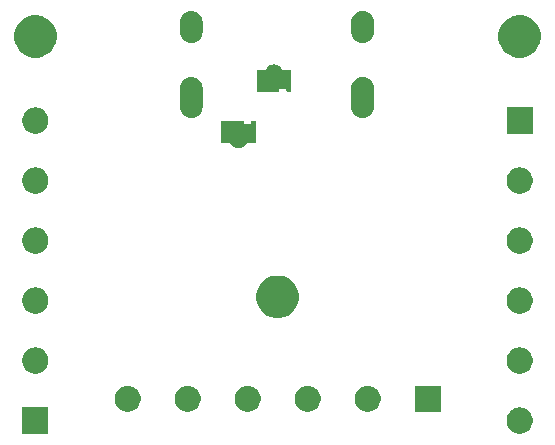
<source format=gbr>
%TF.GenerationSoftware,KiCad,Pcbnew,(5.0.2)-1*%
%TF.CreationDate,2019-01-23T22:58:30+01:00*%
%TF.ProjectId,HDMI-Terminal,48444d49-2d54-4657-926d-696e616c2e6b,rev?*%
%TF.SameCoordinates,Original*%
%TF.FileFunction,Soldermask,Bot*%
%TF.FilePolarity,Negative*%
%FSLAX46Y46*%
G04 Gerber Fmt 4.6, Leading zero omitted, Abs format (unit mm)*
G04 Created by KiCad (PCBNEW (5.0.2)-1) date 23.01.2019 22:58:30*
%MOMM*%
%LPD*%
G01*
G04 APERTURE LIST*
%ADD10C,0.150000*%
G04 APERTURE END LIST*
D10*
G36*
X134214795Y-97820156D02*
X134321150Y-97841311D01*
X134391990Y-97870654D01*
X134521516Y-97924305D01*
X134521519Y-97924307D01*
X134678345Y-98029095D01*
X134701850Y-98044801D01*
X134855199Y-98198150D01*
X134975695Y-98378484D01*
X135058689Y-98578851D01*
X135101000Y-98791560D01*
X135101000Y-99008440D01*
X135058689Y-99221149D01*
X134975695Y-99421516D01*
X134855199Y-99601850D01*
X134701850Y-99755199D01*
X134521516Y-99875695D01*
X134391990Y-99929346D01*
X134321150Y-99958689D01*
X134214794Y-99979845D01*
X134108440Y-100001000D01*
X133891560Y-100001000D01*
X133785205Y-99979844D01*
X133678850Y-99958689D01*
X133608010Y-99929346D01*
X133478484Y-99875695D01*
X133298150Y-99755199D01*
X133144801Y-99601850D01*
X133024305Y-99421516D01*
X132941311Y-99221149D01*
X132899000Y-99008440D01*
X132899000Y-98791560D01*
X132941311Y-98578851D01*
X133024305Y-98378484D01*
X133144801Y-98198150D01*
X133298150Y-98044801D01*
X133321656Y-98029095D01*
X133478481Y-97924307D01*
X133478484Y-97924305D01*
X133608010Y-97870654D01*
X133678850Y-97841311D01*
X133785205Y-97820156D01*
X133891560Y-97799000D01*
X134108440Y-97799000D01*
X134214795Y-97820156D01*
X134214795Y-97820156D01*
G37*
G36*
X94101000Y-100001000D02*
X91899000Y-100001000D01*
X91899000Y-97799000D01*
X94101000Y-97799000D01*
X94101000Y-100001000D01*
X94101000Y-100001000D01*
G37*
G36*
X111187395Y-95973556D02*
X111293750Y-95994711D01*
X111364590Y-96024054D01*
X111494116Y-96077705D01*
X111674450Y-96198201D01*
X111827799Y-96351550D01*
X111948295Y-96531884D01*
X112031289Y-96732251D01*
X112073600Y-96944960D01*
X112073600Y-97161840D01*
X112031289Y-97374549D01*
X111948295Y-97574916D01*
X111827799Y-97755250D01*
X111674450Y-97908599D01*
X111674447Y-97908601D01*
X111674446Y-97908602D01*
X111494119Y-98029093D01*
X111494116Y-98029095D01*
X111364590Y-98082746D01*
X111293750Y-98112089D01*
X111187395Y-98133244D01*
X111081040Y-98154400D01*
X110864160Y-98154400D01*
X110757805Y-98133244D01*
X110651450Y-98112089D01*
X110580610Y-98082746D01*
X110451084Y-98029095D01*
X110451081Y-98029093D01*
X110270754Y-97908602D01*
X110270753Y-97908601D01*
X110270750Y-97908599D01*
X110117401Y-97755250D01*
X109996905Y-97574916D01*
X109913911Y-97374549D01*
X109871600Y-97161840D01*
X109871600Y-96944960D01*
X109913911Y-96732251D01*
X109996905Y-96531884D01*
X110117401Y-96351550D01*
X110270750Y-96198201D01*
X110451084Y-96077705D01*
X110580610Y-96024054D01*
X110651450Y-95994711D01*
X110757805Y-95973556D01*
X110864160Y-95952400D01*
X111081040Y-95952400D01*
X111187395Y-95973556D01*
X111187395Y-95973556D01*
G37*
G36*
X127313600Y-98154400D02*
X125111600Y-98154400D01*
X125111600Y-95952400D01*
X127313600Y-95952400D01*
X127313600Y-98154400D01*
X127313600Y-98154400D01*
G37*
G36*
X121347395Y-95973556D02*
X121453750Y-95994711D01*
X121524590Y-96024054D01*
X121654116Y-96077705D01*
X121834450Y-96198201D01*
X121987799Y-96351550D01*
X122108295Y-96531884D01*
X122191289Y-96732251D01*
X122233600Y-96944960D01*
X122233600Y-97161840D01*
X122191289Y-97374549D01*
X122108295Y-97574916D01*
X121987799Y-97755250D01*
X121834450Y-97908599D01*
X121834447Y-97908601D01*
X121834446Y-97908602D01*
X121654119Y-98029093D01*
X121654116Y-98029095D01*
X121524590Y-98082746D01*
X121453750Y-98112089D01*
X121347395Y-98133244D01*
X121241040Y-98154400D01*
X121024160Y-98154400D01*
X120917805Y-98133244D01*
X120811450Y-98112089D01*
X120740610Y-98082746D01*
X120611084Y-98029095D01*
X120611081Y-98029093D01*
X120430754Y-97908602D01*
X120430753Y-97908601D01*
X120430750Y-97908599D01*
X120277401Y-97755250D01*
X120156905Y-97574916D01*
X120073911Y-97374549D01*
X120031600Y-97161840D01*
X120031600Y-96944960D01*
X120073911Y-96732251D01*
X120156905Y-96531884D01*
X120277401Y-96351550D01*
X120430750Y-96198201D01*
X120611084Y-96077705D01*
X120740610Y-96024054D01*
X120811450Y-95994711D01*
X120917805Y-95973556D01*
X121024160Y-95952400D01*
X121241040Y-95952400D01*
X121347395Y-95973556D01*
X121347395Y-95973556D01*
G37*
G36*
X101027395Y-95973556D02*
X101133750Y-95994711D01*
X101204590Y-96024054D01*
X101334116Y-96077705D01*
X101514450Y-96198201D01*
X101667799Y-96351550D01*
X101788295Y-96531884D01*
X101871289Y-96732251D01*
X101913600Y-96944960D01*
X101913600Y-97161840D01*
X101871289Y-97374549D01*
X101788295Y-97574916D01*
X101667799Y-97755250D01*
X101514450Y-97908599D01*
X101514447Y-97908601D01*
X101514446Y-97908602D01*
X101334119Y-98029093D01*
X101334116Y-98029095D01*
X101204590Y-98082746D01*
X101133750Y-98112089D01*
X101027395Y-98133244D01*
X100921040Y-98154400D01*
X100704160Y-98154400D01*
X100597805Y-98133244D01*
X100491450Y-98112089D01*
X100420610Y-98082746D01*
X100291084Y-98029095D01*
X100291081Y-98029093D01*
X100110754Y-97908602D01*
X100110753Y-97908601D01*
X100110750Y-97908599D01*
X99957401Y-97755250D01*
X99836905Y-97574916D01*
X99753911Y-97374549D01*
X99711600Y-97161840D01*
X99711600Y-96944960D01*
X99753911Y-96732251D01*
X99836905Y-96531884D01*
X99957401Y-96351550D01*
X100110750Y-96198201D01*
X100291084Y-96077705D01*
X100420610Y-96024054D01*
X100491450Y-95994711D01*
X100597805Y-95973556D01*
X100704160Y-95952400D01*
X100921040Y-95952400D01*
X101027395Y-95973556D01*
X101027395Y-95973556D01*
G37*
G36*
X106107395Y-95973556D02*
X106213750Y-95994711D01*
X106284590Y-96024054D01*
X106414116Y-96077705D01*
X106594450Y-96198201D01*
X106747799Y-96351550D01*
X106868295Y-96531884D01*
X106951289Y-96732251D01*
X106993600Y-96944960D01*
X106993600Y-97161840D01*
X106951289Y-97374549D01*
X106868295Y-97574916D01*
X106747799Y-97755250D01*
X106594450Y-97908599D01*
X106594447Y-97908601D01*
X106594446Y-97908602D01*
X106414119Y-98029093D01*
X106414116Y-98029095D01*
X106284590Y-98082746D01*
X106213750Y-98112089D01*
X106107395Y-98133244D01*
X106001040Y-98154400D01*
X105784160Y-98154400D01*
X105677805Y-98133244D01*
X105571450Y-98112089D01*
X105500610Y-98082746D01*
X105371084Y-98029095D01*
X105371081Y-98029093D01*
X105190754Y-97908602D01*
X105190753Y-97908601D01*
X105190750Y-97908599D01*
X105037401Y-97755250D01*
X104916905Y-97574916D01*
X104833911Y-97374549D01*
X104791600Y-97161840D01*
X104791600Y-96944960D01*
X104833911Y-96732251D01*
X104916905Y-96531884D01*
X105037401Y-96351550D01*
X105190750Y-96198201D01*
X105371084Y-96077705D01*
X105500610Y-96024054D01*
X105571450Y-95994711D01*
X105677805Y-95973556D01*
X105784160Y-95952400D01*
X106001040Y-95952400D01*
X106107395Y-95973556D01*
X106107395Y-95973556D01*
G37*
G36*
X116267395Y-95973556D02*
X116373750Y-95994711D01*
X116444590Y-96024054D01*
X116574116Y-96077705D01*
X116754450Y-96198201D01*
X116907799Y-96351550D01*
X117028295Y-96531884D01*
X117111289Y-96732251D01*
X117153600Y-96944960D01*
X117153600Y-97161840D01*
X117111289Y-97374549D01*
X117028295Y-97574916D01*
X116907799Y-97755250D01*
X116754450Y-97908599D01*
X116754447Y-97908601D01*
X116754446Y-97908602D01*
X116574119Y-98029093D01*
X116574116Y-98029095D01*
X116444590Y-98082746D01*
X116373750Y-98112089D01*
X116267395Y-98133244D01*
X116161040Y-98154400D01*
X115944160Y-98154400D01*
X115837805Y-98133244D01*
X115731450Y-98112089D01*
X115660610Y-98082746D01*
X115531084Y-98029095D01*
X115531081Y-98029093D01*
X115350754Y-97908602D01*
X115350753Y-97908601D01*
X115350750Y-97908599D01*
X115197401Y-97755250D01*
X115076905Y-97574916D01*
X114993911Y-97374549D01*
X114951600Y-97161840D01*
X114951600Y-96944960D01*
X114993911Y-96732251D01*
X115076905Y-96531884D01*
X115197401Y-96351550D01*
X115350750Y-96198201D01*
X115531084Y-96077705D01*
X115660610Y-96024054D01*
X115731450Y-95994711D01*
X115837805Y-95973556D01*
X115944160Y-95952400D01*
X116161040Y-95952400D01*
X116267395Y-95973556D01*
X116267395Y-95973556D01*
G37*
G36*
X93214794Y-92740155D02*
X93321150Y-92761311D01*
X93391990Y-92790654D01*
X93521516Y-92844305D01*
X93701850Y-92964801D01*
X93855199Y-93118150D01*
X93975695Y-93298484D01*
X94058689Y-93498851D01*
X94101000Y-93711560D01*
X94101000Y-93928440D01*
X94058689Y-94141149D01*
X93975695Y-94341516D01*
X93855199Y-94521850D01*
X93701850Y-94675199D01*
X93521516Y-94795695D01*
X93391990Y-94849346D01*
X93321150Y-94878689D01*
X93214795Y-94899844D01*
X93108440Y-94921000D01*
X92891560Y-94921000D01*
X92785205Y-94899844D01*
X92678850Y-94878689D01*
X92608010Y-94849346D01*
X92478484Y-94795695D01*
X92298150Y-94675199D01*
X92144801Y-94521850D01*
X92024305Y-94341516D01*
X91941311Y-94141149D01*
X91899000Y-93928440D01*
X91899000Y-93711560D01*
X91941311Y-93498851D01*
X92024305Y-93298484D01*
X92144801Y-93118150D01*
X92298150Y-92964801D01*
X92478484Y-92844305D01*
X92608010Y-92790654D01*
X92678850Y-92761311D01*
X92785206Y-92740155D01*
X92891560Y-92719000D01*
X93108440Y-92719000D01*
X93214794Y-92740155D01*
X93214794Y-92740155D01*
G37*
G36*
X134214794Y-92740155D02*
X134321150Y-92761311D01*
X134391990Y-92790654D01*
X134521516Y-92844305D01*
X134701850Y-92964801D01*
X134855199Y-93118150D01*
X134975695Y-93298484D01*
X135058689Y-93498851D01*
X135101000Y-93711560D01*
X135101000Y-93928440D01*
X135058689Y-94141149D01*
X134975695Y-94341516D01*
X134855199Y-94521850D01*
X134701850Y-94675199D01*
X134521516Y-94795695D01*
X134391990Y-94849346D01*
X134321150Y-94878689D01*
X134214795Y-94899844D01*
X134108440Y-94921000D01*
X133891560Y-94921000D01*
X133785205Y-94899844D01*
X133678850Y-94878689D01*
X133608010Y-94849346D01*
X133478484Y-94795695D01*
X133298150Y-94675199D01*
X133144801Y-94521850D01*
X133024305Y-94341516D01*
X132941311Y-94141149D01*
X132899000Y-93928440D01*
X132899000Y-93711560D01*
X132941311Y-93498851D01*
X133024305Y-93298484D01*
X133144801Y-93118150D01*
X133298150Y-92964801D01*
X133478484Y-92844305D01*
X133608010Y-92790654D01*
X133678850Y-92761311D01*
X133785206Y-92740155D01*
X133891560Y-92719000D01*
X134108440Y-92719000D01*
X134214794Y-92740155D01*
X134214794Y-92740155D01*
G37*
G36*
X114025331Y-86698211D02*
X114353092Y-86833974D01*
X114648073Y-87031074D01*
X114898926Y-87281927D01*
X115096026Y-87576908D01*
X115231789Y-87904669D01*
X115301000Y-88252616D01*
X115301000Y-88607384D01*
X115231789Y-88955331D01*
X115096026Y-89283092D01*
X114898926Y-89578073D01*
X114648073Y-89828926D01*
X114353092Y-90026026D01*
X114025331Y-90161789D01*
X113677384Y-90231000D01*
X113322616Y-90231000D01*
X112974669Y-90161789D01*
X112646908Y-90026026D01*
X112351927Y-89828926D01*
X112101074Y-89578073D01*
X111903974Y-89283092D01*
X111768211Y-88955331D01*
X111699000Y-88607384D01*
X111699000Y-88252616D01*
X111768211Y-87904669D01*
X111903974Y-87576908D01*
X112101074Y-87281927D01*
X112351927Y-87031074D01*
X112646908Y-86833974D01*
X112974669Y-86698211D01*
X113322616Y-86629000D01*
X113677384Y-86629000D01*
X114025331Y-86698211D01*
X114025331Y-86698211D01*
G37*
G36*
X93214795Y-87660156D02*
X93321150Y-87681311D01*
X93391990Y-87710654D01*
X93521516Y-87764305D01*
X93701850Y-87884801D01*
X93855199Y-88038150D01*
X93975695Y-88218484D01*
X94058689Y-88418851D01*
X94101000Y-88631560D01*
X94101000Y-88848440D01*
X94058689Y-89061149D01*
X93975695Y-89261516D01*
X93855199Y-89441850D01*
X93701850Y-89595199D01*
X93521516Y-89715695D01*
X93391990Y-89769346D01*
X93321150Y-89798689D01*
X93214794Y-89819845D01*
X93108440Y-89841000D01*
X92891560Y-89841000D01*
X92785206Y-89819845D01*
X92678850Y-89798689D01*
X92608010Y-89769346D01*
X92478484Y-89715695D01*
X92298150Y-89595199D01*
X92144801Y-89441850D01*
X92024305Y-89261516D01*
X91941311Y-89061149D01*
X91899000Y-88848440D01*
X91899000Y-88631560D01*
X91941311Y-88418851D01*
X92024305Y-88218484D01*
X92144801Y-88038150D01*
X92298150Y-87884801D01*
X92478484Y-87764305D01*
X92608010Y-87710654D01*
X92678850Y-87681311D01*
X92785205Y-87660156D01*
X92891560Y-87639000D01*
X93108440Y-87639000D01*
X93214795Y-87660156D01*
X93214795Y-87660156D01*
G37*
G36*
X134214795Y-87660156D02*
X134321150Y-87681311D01*
X134391990Y-87710654D01*
X134521516Y-87764305D01*
X134701850Y-87884801D01*
X134855199Y-88038150D01*
X134975695Y-88218484D01*
X135058689Y-88418851D01*
X135101000Y-88631560D01*
X135101000Y-88848440D01*
X135058689Y-89061149D01*
X134975695Y-89261516D01*
X134855199Y-89441850D01*
X134701850Y-89595199D01*
X134521516Y-89715695D01*
X134391990Y-89769346D01*
X134321150Y-89798689D01*
X134214794Y-89819845D01*
X134108440Y-89841000D01*
X133891560Y-89841000D01*
X133785206Y-89819845D01*
X133678850Y-89798689D01*
X133608010Y-89769346D01*
X133478484Y-89715695D01*
X133298150Y-89595199D01*
X133144801Y-89441850D01*
X133024305Y-89261516D01*
X132941311Y-89061149D01*
X132899000Y-88848440D01*
X132899000Y-88631560D01*
X132941311Y-88418851D01*
X133024305Y-88218484D01*
X133144801Y-88038150D01*
X133298150Y-87884801D01*
X133478484Y-87764305D01*
X133608010Y-87710654D01*
X133678850Y-87681311D01*
X133785205Y-87660156D01*
X133891560Y-87639000D01*
X134108440Y-87639000D01*
X134214795Y-87660156D01*
X134214795Y-87660156D01*
G37*
G36*
X134214794Y-82580155D02*
X134321150Y-82601311D01*
X134391990Y-82630654D01*
X134521516Y-82684305D01*
X134701850Y-82804801D01*
X134855199Y-82958150D01*
X134975695Y-83138484D01*
X135058689Y-83338851D01*
X135101000Y-83551560D01*
X135101000Y-83768440D01*
X135058689Y-83981149D01*
X134975695Y-84181516D01*
X134855199Y-84361850D01*
X134701850Y-84515199D01*
X134521516Y-84635695D01*
X134391990Y-84689346D01*
X134321150Y-84718689D01*
X134214795Y-84739844D01*
X134108440Y-84761000D01*
X133891560Y-84761000D01*
X133785205Y-84739844D01*
X133678850Y-84718689D01*
X133608010Y-84689346D01*
X133478484Y-84635695D01*
X133298150Y-84515199D01*
X133144801Y-84361850D01*
X133024305Y-84181516D01*
X132941311Y-83981149D01*
X132899000Y-83768440D01*
X132899000Y-83551560D01*
X132941311Y-83338851D01*
X133024305Y-83138484D01*
X133144801Y-82958150D01*
X133298150Y-82804801D01*
X133478484Y-82684305D01*
X133608010Y-82630654D01*
X133678850Y-82601311D01*
X133785205Y-82580156D01*
X133891560Y-82559000D01*
X134108440Y-82559000D01*
X134214794Y-82580155D01*
X134214794Y-82580155D01*
G37*
G36*
X93214794Y-82580155D02*
X93321150Y-82601311D01*
X93391990Y-82630654D01*
X93521516Y-82684305D01*
X93701850Y-82804801D01*
X93855199Y-82958150D01*
X93975695Y-83138484D01*
X94058689Y-83338851D01*
X94101000Y-83551560D01*
X94101000Y-83768440D01*
X94058689Y-83981149D01*
X93975695Y-84181516D01*
X93855199Y-84361850D01*
X93701850Y-84515199D01*
X93521516Y-84635695D01*
X93391990Y-84689346D01*
X93321150Y-84718689D01*
X93214795Y-84739844D01*
X93108440Y-84761000D01*
X92891560Y-84761000D01*
X92785205Y-84739844D01*
X92678850Y-84718689D01*
X92608010Y-84689346D01*
X92478484Y-84635695D01*
X92298150Y-84515199D01*
X92144801Y-84361850D01*
X92024305Y-84181516D01*
X91941311Y-83981149D01*
X91899000Y-83768440D01*
X91899000Y-83551560D01*
X91941311Y-83338851D01*
X92024305Y-83138484D01*
X92144801Y-82958150D01*
X92298150Y-82804801D01*
X92478484Y-82684305D01*
X92608010Y-82630654D01*
X92678850Y-82601311D01*
X92785206Y-82580155D01*
X92891560Y-82559000D01*
X93108440Y-82559000D01*
X93214794Y-82580155D01*
X93214794Y-82580155D01*
G37*
G36*
X134214794Y-77500155D02*
X134321150Y-77521311D01*
X134391990Y-77550654D01*
X134521516Y-77604305D01*
X134701850Y-77724801D01*
X134855199Y-77878150D01*
X134975695Y-78058484D01*
X135058689Y-78258851D01*
X135101000Y-78471560D01*
X135101000Y-78688440D01*
X135058689Y-78901149D01*
X134975695Y-79101516D01*
X134855199Y-79281850D01*
X134701850Y-79435199D01*
X134521516Y-79555695D01*
X134391990Y-79609346D01*
X134321150Y-79638689D01*
X134214795Y-79659844D01*
X134108440Y-79681000D01*
X133891560Y-79681000D01*
X133785205Y-79659844D01*
X133678850Y-79638689D01*
X133608010Y-79609346D01*
X133478484Y-79555695D01*
X133298150Y-79435199D01*
X133144801Y-79281850D01*
X133024305Y-79101516D01*
X132941311Y-78901149D01*
X132899000Y-78688440D01*
X132899000Y-78471560D01*
X132941311Y-78258851D01*
X133024305Y-78058484D01*
X133144801Y-77878150D01*
X133298150Y-77724801D01*
X133478484Y-77604305D01*
X133608010Y-77550654D01*
X133678850Y-77521311D01*
X133785206Y-77500155D01*
X133891560Y-77479000D01*
X134108440Y-77479000D01*
X134214794Y-77500155D01*
X134214794Y-77500155D01*
G37*
G36*
X93214794Y-77500155D02*
X93321150Y-77521311D01*
X93391990Y-77550654D01*
X93521516Y-77604305D01*
X93701850Y-77724801D01*
X93855199Y-77878150D01*
X93975695Y-78058484D01*
X94058689Y-78258851D01*
X94101000Y-78471560D01*
X94101000Y-78688440D01*
X94058689Y-78901149D01*
X93975695Y-79101516D01*
X93855199Y-79281850D01*
X93701850Y-79435199D01*
X93521516Y-79555695D01*
X93391990Y-79609346D01*
X93321150Y-79638689D01*
X93214795Y-79659844D01*
X93108440Y-79681000D01*
X92891560Y-79681000D01*
X92785205Y-79659844D01*
X92678850Y-79638689D01*
X92608010Y-79609346D01*
X92478484Y-79555695D01*
X92298150Y-79435199D01*
X92144801Y-79281850D01*
X92024305Y-79101516D01*
X91941311Y-78901149D01*
X91899000Y-78688440D01*
X91899000Y-78471560D01*
X91941311Y-78258851D01*
X92024305Y-78058484D01*
X92144801Y-77878150D01*
X92298150Y-77724801D01*
X92478484Y-77604305D01*
X92608010Y-77550654D01*
X92678850Y-77521311D01*
X92785206Y-77500155D01*
X92891560Y-77479000D01*
X93108440Y-77479000D01*
X93214794Y-77500155D01*
X93214794Y-77500155D01*
G37*
G36*
X111567026Y-73529544D02*
X111575343Y-73529963D01*
X111579975Y-73530891D01*
X111579990Y-73530892D01*
X111589850Y-73532866D01*
X111589867Y-73532871D01*
X111592273Y-73533353D01*
X111606094Y-73539099D01*
X111618503Y-73547412D01*
X111620240Y-73549154D01*
X111620253Y-73549164D01*
X111627360Y-73556288D01*
X111627372Y-73556303D01*
X111629106Y-73558041D01*
X111637394Y-73570480D01*
X111643111Y-73584329D01*
X111646450Y-73601197D01*
X111646852Y-73609440D01*
X111646852Y-75330531D01*
X111646443Y-75338856D01*
X111645522Y-75343487D01*
X111645521Y-75343497D01*
X111643995Y-75351165D01*
X111643078Y-75355776D01*
X111637353Y-75369597D01*
X111629039Y-75382041D01*
X111618441Y-75392639D01*
X111605997Y-75400953D01*
X111592176Y-75406678D01*
X111587565Y-75407595D01*
X111579897Y-75409121D01*
X111579887Y-75409122D01*
X111575256Y-75410043D01*
X111566931Y-75410452D01*
X110965878Y-75410452D01*
X110941492Y-75412854D01*
X110918043Y-75419967D01*
X110896432Y-75431518D01*
X110877490Y-75447064D01*
X110861075Y-75469197D01*
X110860459Y-75468785D01*
X110787635Y-75577773D01*
X110773426Y-75595086D01*
X110685086Y-75683426D01*
X110667773Y-75697635D01*
X110563890Y-75767048D01*
X110544151Y-75777599D01*
X110428712Y-75825414D01*
X110407293Y-75831912D01*
X110284752Y-75856287D01*
X110262472Y-75858481D01*
X110137528Y-75858481D01*
X110115248Y-75856287D01*
X109992707Y-75831912D01*
X109971288Y-75825414D01*
X109855849Y-75777599D01*
X109836110Y-75767048D01*
X109732227Y-75697635D01*
X109714914Y-75683426D01*
X109626574Y-75595086D01*
X109612365Y-75577773D01*
X109539541Y-75468785D01*
X109539297Y-75468948D01*
X109530747Y-75456151D01*
X109513420Y-75438824D01*
X109493045Y-75425211D01*
X109470406Y-75415834D01*
X109434122Y-75410452D01*
X108833069Y-75410452D01*
X108824744Y-75410043D01*
X108820113Y-75409122D01*
X108820103Y-75409121D01*
X108812435Y-75407595D01*
X108807824Y-75406678D01*
X108794003Y-75400953D01*
X108781559Y-75392639D01*
X108770961Y-75382041D01*
X108762647Y-75369597D01*
X108756922Y-75355776D01*
X108756005Y-75351165D01*
X108754479Y-75343497D01*
X108754478Y-75343487D01*
X108753557Y-75338856D01*
X108753148Y-75330531D01*
X108753148Y-73609469D01*
X108753557Y-73601144D01*
X108754478Y-73596513D01*
X108754479Y-73596503D01*
X108756441Y-73586644D01*
X108756922Y-73584224D01*
X108762647Y-73570403D01*
X108770961Y-73557959D01*
X108781559Y-73547361D01*
X108794003Y-73539047D01*
X108807824Y-73533322D01*
X108812435Y-73532405D01*
X108820103Y-73530879D01*
X108820113Y-73530878D01*
X108824744Y-73529957D01*
X108833069Y-73529548D01*
X110566931Y-73529548D01*
X110575256Y-73529957D01*
X110579887Y-73530878D01*
X110579897Y-73530879D01*
X110587565Y-73532405D01*
X110592176Y-73533322D01*
X110605997Y-73539047D01*
X110618441Y-73547361D01*
X110629039Y-73557959D01*
X110637353Y-73570403D01*
X110643078Y-73584224D01*
X110643559Y-73586644D01*
X110645521Y-73596503D01*
X110645522Y-73596513D01*
X110646443Y-73601144D01*
X110646852Y-73609469D01*
X110646852Y-73692268D01*
X110649254Y-73716654D01*
X110656367Y-73740103D01*
X110667918Y-73761714D01*
X110683464Y-73780656D01*
X110702406Y-73796202D01*
X110724017Y-73807753D01*
X110747466Y-73814866D01*
X110771901Y-73817268D01*
X111128197Y-73817128D01*
X111152582Y-73814717D01*
X111176029Y-73807594D01*
X111197635Y-73796034D01*
X111216571Y-73780482D01*
X111232109Y-73761533D01*
X111243652Y-73739918D01*
X111250756Y-73716466D01*
X111253148Y-73692128D01*
X111253148Y-73609169D01*
X111253557Y-73600844D01*
X111254478Y-73596213D01*
X111254479Y-73596203D01*
X111256441Y-73586344D01*
X111256922Y-73583924D01*
X111262647Y-73570103D01*
X111270961Y-73557659D01*
X111281559Y-73547061D01*
X111294003Y-73538747D01*
X111307808Y-73533029D01*
X111310203Y-73532553D01*
X111310244Y-73532541D01*
X111320135Y-73530576D01*
X111320186Y-73530571D01*
X111324794Y-73529656D01*
X111333177Y-73529252D01*
X111567026Y-73529544D01*
X111567026Y-73529544D01*
G37*
G36*
X93214795Y-72420156D02*
X93321150Y-72441311D01*
X93391990Y-72470654D01*
X93521516Y-72524305D01*
X93701850Y-72644801D01*
X93855199Y-72798150D01*
X93855201Y-72798153D01*
X93855202Y-72798154D01*
X93975693Y-72978481D01*
X93975695Y-72978484D01*
X93995257Y-73025712D01*
X94058689Y-73178850D01*
X94101000Y-73391561D01*
X94101000Y-73608439D01*
X94059379Y-73817683D01*
X94058689Y-73821149D01*
X93975695Y-74021516D01*
X93855199Y-74201850D01*
X93701850Y-74355199D01*
X93521516Y-74475695D01*
X93391990Y-74529346D01*
X93321150Y-74558689D01*
X93214795Y-74579844D01*
X93108440Y-74601000D01*
X92891560Y-74601000D01*
X92785205Y-74579844D01*
X92678850Y-74558689D01*
X92608010Y-74529346D01*
X92478484Y-74475695D01*
X92298150Y-74355199D01*
X92144801Y-74201850D01*
X92024305Y-74021516D01*
X91941311Y-73821149D01*
X91940622Y-73817683D01*
X91899000Y-73608439D01*
X91899000Y-73391561D01*
X91941311Y-73178850D01*
X92004743Y-73025712D01*
X92024305Y-72978484D01*
X92024307Y-72978481D01*
X92144798Y-72798154D01*
X92144799Y-72798153D01*
X92144801Y-72798150D01*
X92298150Y-72644801D01*
X92478484Y-72524305D01*
X92608010Y-72470654D01*
X92678850Y-72441311D01*
X92785205Y-72420156D01*
X92891560Y-72399000D01*
X93108440Y-72399000D01*
X93214795Y-72420156D01*
X93214795Y-72420156D01*
G37*
G36*
X135101000Y-74601000D02*
X132899000Y-74601000D01*
X132899000Y-72399000D01*
X135101000Y-72399000D01*
X135101000Y-74601000D01*
X135101000Y-74601000D01*
G37*
G36*
X106386425Y-69812760D02*
X106386428Y-69812761D01*
X106386429Y-69812761D01*
X106565693Y-69867140D01*
X106565695Y-69867141D01*
X106730905Y-69955448D01*
X106875712Y-70074288D01*
X106994552Y-70219095D01*
X106994553Y-70219097D01*
X107082860Y-70384307D01*
X107137239Y-70563571D01*
X107137240Y-70563575D01*
X107151000Y-70703282D01*
X107151000Y-72396718D01*
X107137240Y-72536425D01*
X107137239Y-72536428D01*
X107137239Y-72536429D01*
X107104365Y-72644801D01*
X107082859Y-72715695D01*
X106994552Y-72880905D01*
X106875712Y-73025712D01*
X106730904Y-73144554D01*
X106565697Y-73232858D01*
X106565694Y-73232859D01*
X106565692Y-73232860D01*
X106386428Y-73287239D01*
X106386427Y-73287239D01*
X106386424Y-73287240D01*
X106200000Y-73305601D01*
X106013575Y-73287240D01*
X106013572Y-73287239D01*
X106013571Y-73287239D01*
X105834307Y-73232860D01*
X105669097Y-73144553D01*
X105669095Y-73144552D01*
X105524288Y-73025712D01*
X105405446Y-72880904D01*
X105317142Y-72715697D01*
X105262762Y-72536429D01*
X105262761Y-72536428D01*
X105262761Y-72536427D01*
X105262760Y-72536424D01*
X105249000Y-72396717D01*
X105249000Y-70703282D01*
X105262760Y-70563570D01*
X105317140Y-70384309D01*
X105405449Y-70219095D01*
X105524289Y-70074288D01*
X105669096Y-69955448D01*
X105834306Y-69867141D01*
X105834308Y-69867140D01*
X106013572Y-69812761D01*
X106013573Y-69812761D01*
X106013576Y-69812760D01*
X106200000Y-69794399D01*
X106386425Y-69812760D01*
X106386425Y-69812760D01*
G37*
G36*
X120886425Y-69812760D02*
X120886428Y-69812761D01*
X120886429Y-69812761D01*
X121065693Y-69867140D01*
X121065695Y-69867141D01*
X121230905Y-69955448D01*
X121375712Y-70074288D01*
X121494552Y-70219095D01*
X121494553Y-70219097D01*
X121582860Y-70384307D01*
X121637239Y-70563571D01*
X121637240Y-70563575D01*
X121651000Y-70703282D01*
X121651000Y-72396718D01*
X121637240Y-72536425D01*
X121637239Y-72536428D01*
X121637239Y-72536429D01*
X121604365Y-72644801D01*
X121582859Y-72715695D01*
X121494552Y-72880905D01*
X121375712Y-73025712D01*
X121230904Y-73144554D01*
X121065697Y-73232858D01*
X121065694Y-73232859D01*
X121065692Y-73232860D01*
X120886428Y-73287239D01*
X120886427Y-73287239D01*
X120886424Y-73287240D01*
X120700000Y-73305601D01*
X120513575Y-73287240D01*
X120513572Y-73287239D01*
X120513571Y-73287239D01*
X120334307Y-73232860D01*
X120169097Y-73144553D01*
X120169095Y-73144552D01*
X120024288Y-73025712D01*
X119905446Y-72880904D01*
X119817142Y-72715697D01*
X119762762Y-72536429D01*
X119762761Y-72536428D01*
X119762761Y-72536427D01*
X119762760Y-72536424D01*
X119749000Y-72396717D01*
X119749000Y-70703282D01*
X119762760Y-70563570D01*
X119817140Y-70384309D01*
X119905449Y-70219095D01*
X120024289Y-70074288D01*
X120169096Y-69955448D01*
X120334306Y-69867141D01*
X120334308Y-69867140D01*
X120513572Y-69812761D01*
X120513573Y-69812761D01*
X120513576Y-69812760D01*
X120700000Y-69794399D01*
X120886425Y-69812760D01*
X120886425Y-69812760D01*
G37*
G36*
X113284752Y-68753713D02*
X113407293Y-68778088D01*
X113428712Y-68784586D01*
X113544151Y-68832401D01*
X113563890Y-68842952D01*
X113667773Y-68912365D01*
X113685086Y-68926574D01*
X113773426Y-69014914D01*
X113787635Y-69032227D01*
X113860459Y-69141215D01*
X113860703Y-69141052D01*
X113869253Y-69153849D01*
X113886580Y-69171176D01*
X113906955Y-69184789D01*
X113929594Y-69194166D01*
X113965878Y-69199548D01*
X114566931Y-69199548D01*
X114575256Y-69199957D01*
X114579887Y-69200878D01*
X114579897Y-69200879D01*
X114587565Y-69202405D01*
X114592176Y-69203322D01*
X114605997Y-69209047D01*
X114618441Y-69217361D01*
X114629039Y-69227959D01*
X114637353Y-69240403D01*
X114643078Y-69254224D01*
X114643559Y-69256644D01*
X114645521Y-69266503D01*
X114645522Y-69266513D01*
X114646443Y-69271144D01*
X114646852Y-69279469D01*
X114646852Y-71000531D01*
X114646443Y-71008856D01*
X114645522Y-71013487D01*
X114645521Y-71013497D01*
X114643995Y-71021165D01*
X114643078Y-71025776D01*
X114637353Y-71039597D01*
X114629039Y-71052041D01*
X114618441Y-71062639D01*
X114605997Y-71070953D01*
X114592164Y-71076683D01*
X114575298Y-71080043D01*
X114567049Y-71080456D01*
X114333158Y-71080748D01*
X114324840Y-71080350D01*
X114320203Y-71079434D01*
X114320197Y-71079433D01*
X114310334Y-71077484D01*
X114310325Y-71077481D01*
X114307915Y-71077005D01*
X114294080Y-71071294D01*
X114281641Y-71063006D01*
X114279903Y-71061272D01*
X114279888Y-71061260D01*
X114272764Y-71054153D01*
X114272754Y-71054140D01*
X114271012Y-71052403D01*
X114262699Y-71039994D01*
X114256957Y-71026185D01*
X114256479Y-71023792D01*
X114256466Y-71023750D01*
X114254488Y-71013858D01*
X114254482Y-71013802D01*
X114253563Y-71009201D01*
X114253148Y-71000809D01*
X114253148Y-70917872D01*
X114250746Y-70893486D01*
X114243633Y-70870037D01*
X114232082Y-70848426D01*
X114216536Y-70829484D01*
X114197594Y-70813938D01*
X114175983Y-70802387D01*
X114152534Y-70795274D01*
X114128197Y-70792872D01*
X113771901Y-70792732D01*
X113747514Y-70795124D01*
X113724062Y-70802228D01*
X113702447Y-70813771D01*
X113683498Y-70829309D01*
X113667946Y-70848245D01*
X113656386Y-70869851D01*
X113649263Y-70893298D01*
X113646852Y-70917732D01*
X113646852Y-71000531D01*
X113646443Y-71008856D01*
X113645522Y-71013487D01*
X113645521Y-71013497D01*
X113643995Y-71021165D01*
X113643078Y-71025776D01*
X113637353Y-71039597D01*
X113629039Y-71052041D01*
X113618441Y-71062639D01*
X113605997Y-71070953D01*
X113592176Y-71076678D01*
X113588123Y-71077484D01*
X113579897Y-71079121D01*
X113579887Y-71079122D01*
X113575256Y-71080043D01*
X113566931Y-71080452D01*
X111833069Y-71080452D01*
X111824744Y-71080043D01*
X111820113Y-71079122D01*
X111820103Y-71079121D01*
X111811877Y-71077484D01*
X111807824Y-71076678D01*
X111794003Y-71070953D01*
X111781559Y-71062639D01*
X111770961Y-71052041D01*
X111762647Y-71039597D01*
X111756922Y-71025776D01*
X111756005Y-71021165D01*
X111754479Y-71013497D01*
X111754478Y-71013487D01*
X111753557Y-71008856D01*
X111753148Y-71000531D01*
X111753148Y-69279469D01*
X111753557Y-69271144D01*
X111754478Y-69266513D01*
X111754479Y-69266503D01*
X111756441Y-69256644D01*
X111756922Y-69254224D01*
X111762647Y-69240403D01*
X111770961Y-69227959D01*
X111781559Y-69217361D01*
X111794003Y-69209047D01*
X111807824Y-69203322D01*
X111812435Y-69202405D01*
X111820103Y-69200879D01*
X111820113Y-69200878D01*
X111824744Y-69199957D01*
X111833069Y-69199548D01*
X112434122Y-69199548D01*
X112458508Y-69197146D01*
X112481957Y-69190033D01*
X112503568Y-69178482D01*
X112522510Y-69162936D01*
X112538925Y-69140803D01*
X112539541Y-69141215D01*
X112612365Y-69032227D01*
X112626574Y-69014914D01*
X112714914Y-68926574D01*
X112732227Y-68912365D01*
X112836110Y-68842952D01*
X112855849Y-68832401D01*
X112971288Y-68784586D01*
X112992707Y-68778088D01*
X113115248Y-68753713D01*
X113137528Y-68751519D01*
X113262472Y-68751519D01*
X113284752Y-68753713D01*
X113284752Y-68753713D01*
G37*
G36*
X134525331Y-64648211D02*
X134853092Y-64783974D01*
X135148073Y-64981074D01*
X135398926Y-65231927D01*
X135596026Y-65526908D01*
X135731789Y-65854669D01*
X135801000Y-66202616D01*
X135801000Y-66557384D01*
X135731789Y-66905331D01*
X135596026Y-67233092D01*
X135398926Y-67528073D01*
X135148073Y-67778926D01*
X134853092Y-67976026D01*
X134525331Y-68111789D01*
X134177384Y-68181000D01*
X133822616Y-68181000D01*
X133474669Y-68111789D01*
X133146908Y-67976026D01*
X132851927Y-67778926D01*
X132601074Y-67528073D01*
X132403974Y-67233092D01*
X132268211Y-66905331D01*
X132199000Y-66557384D01*
X132199000Y-66202616D01*
X132268211Y-65854669D01*
X132403974Y-65526908D01*
X132601074Y-65231927D01*
X132851927Y-64981074D01*
X133146908Y-64783974D01*
X133474669Y-64648211D01*
X133822616Y-64579000D01*
X134177384Y-64579000D01*
X134525331Y-64648211D01*
X134525331Y-64648211D01*
G37*
G36*
X93525331Y-64648211D02*
X93853092Y-64783974D01*
X94148073Y-64981074D01*
X94398926Y-65231927D01*
X94596026Y-65526908D01*
X94731789Y-65854669D01*
X94801000Y-66202616D01*
X94801000Y-66557384D01*
X94731789Y-66905331D01*
X94596026Y-67233092D01*
X94398926Y-67528073D01*
X94148073Y-67778926D01*
X93853092Y-67976026D01*
X93525331Y-68111789D01*
X93177384Y-68181000D01*
X92822616Y-68181000D01*
X92474669Y-68111789D01*
X92146908Y-67976026D01*
X91851927Y-67778926D01*
X91601074Y-67528073D01*
X91403974Y-67233092D01*
X91268211Y-66905331D01*
X91199000Y-66557384D01*
X91199000Y-66202616D01*
X91268211Y-65854669D01*
X91403974Y-65526908D01*
X91601074Y-65231927D01*
X91851927Y-64981074D01*
X92146908Y-64783974D01*
X92474669Y-64648211D01*
X92822616Y-64579000D01*
X93177384Y-64579000D01*
X93525331Y-64648211D01*
X93525331Y-64648211D01*
G37*
G36*
X120886425Y-64252760D02*
X120886428Y-64252761D01*
X120886429Y-64252761D01*
X121065693Y-64307140D01*
X121065695Y-64307141D01*
X121230905Y-64395448D01*
X121375712Y-64514288D01*
X121494552Y-64659095D01*
X121582860Y-64824306D01*
X121637240Y-65003574D01*
X121651000Y-65143283D01*
X121651000Y-66036718D01*
X121637240Y-66176425D01*
X121582859Y-66355695D01*
X121494552Y-66520905D01*
X121375712Y-66665712D01*
X121230904Y-66784554D01*
X121065697Y-66872858D01*
X121065694Y-66872859D01*
X121065692Y-66872860D01*
X120886428Y-66927239D01*
X120886427Y-66927239D01*
X120886424Y-66927240D01*
X120700000Y-66945601D01*
X120513575Y-66927240D01*
X120513572Y-66927239D01*
X120513571Y-66927239D01*
X120334307Y-66872860D01*
X120169097Y-66784553D01*
X120169095Y-66784552D01*
X120024288Y-66665712D01*
X119905446Y-66520904D01*
X119817142Y-66355697D01*
X119770706Y-66202617D01*
X119762761Y-66176428D01*
X119762761Y-66176427D01*
X119762760Y-66176424D01*
X119749000Y-66036717D01*
X119749000Y-65143282D01*
X119762760Y-65003570D01*
X119817140Y-64824309D01*
X119905449Y-64659095D01*
X120024289Y-64514288D01*
X120169096Y-64395448D01*
X120334306Y-64307141D01*
X120334308Y-64307140D01*
X120513572Y-64252761D01*
X120513573Y-64252761D01*
X120513576Y-64252760D01*
X120700000Y-64234399D01*
X120886425Y-64252760D01*
X120886425Y-64252760D01*
G37*
G36*
X106386425Y-64252760D02*
X106386428Y-64252761D01*
X106386429Y-64252761D01*
X106565693Y-64307140D01*
X106565695Y-64307141D01*
X106730905Y-64395448D01*
X106875712Y-64514288D01*
X106994552Y-64659095D01*
X107082860Y-64824306D01*
X107137240Y-65003574D01*
X107151000Y-65143283D01*
X107151000Y-66036718D01*
X107137240Y-66176425D01*
X107082859Y-66355695D01*
X106994552Y-66520905D01*
X106875712Y-66665712D01*
X106730904Y-66784554D01*
X106565697Y-66872858D01*
X106565694Y-66872859D01*
X106565692Y-66872860D01*
X106386428Y-66927239D01*
X106386427Y-66927239D01*
X106386424Y-66927240D01*
X106200000Y-66945601D01*
X106013575Y-66927240D01*
X106013572Y-66927239D01*
X106013571Y-66927239D01*
X105834307Y-66872860D01*
X105669097Y-66784553D01*
X105669095Y-66784552D01*
X105524288Y-66665712D01*
X105405446Y-66520904D01*
X105317142Y-66355697D01*
X105270706Y-66202617D01*
X105262761Y-66176428D01*
X105262761Y-66176427D01*
X105262760Y-66176424D01*
X105249000Y-66036717D01*
X105249000Y-65143282D01*
X105262760Y-65003570D01*
X105317140Y-64824309D01*
X105405449Y-64659095D01*
X105524289Y-64514288D01*
X105669096Y-64395448D01*
X105834306Y-64307141D01*
X105834308Y-64307140D01*
X106013572Y-64252761D01*
X106013573Y-64252761D01*
X106013576Y-64252760D01*
X106200000Y-64234399D01*
X106386425Y-64252760D01*
X106386425Y-64252760D01*
G37*
M02*

</source>
